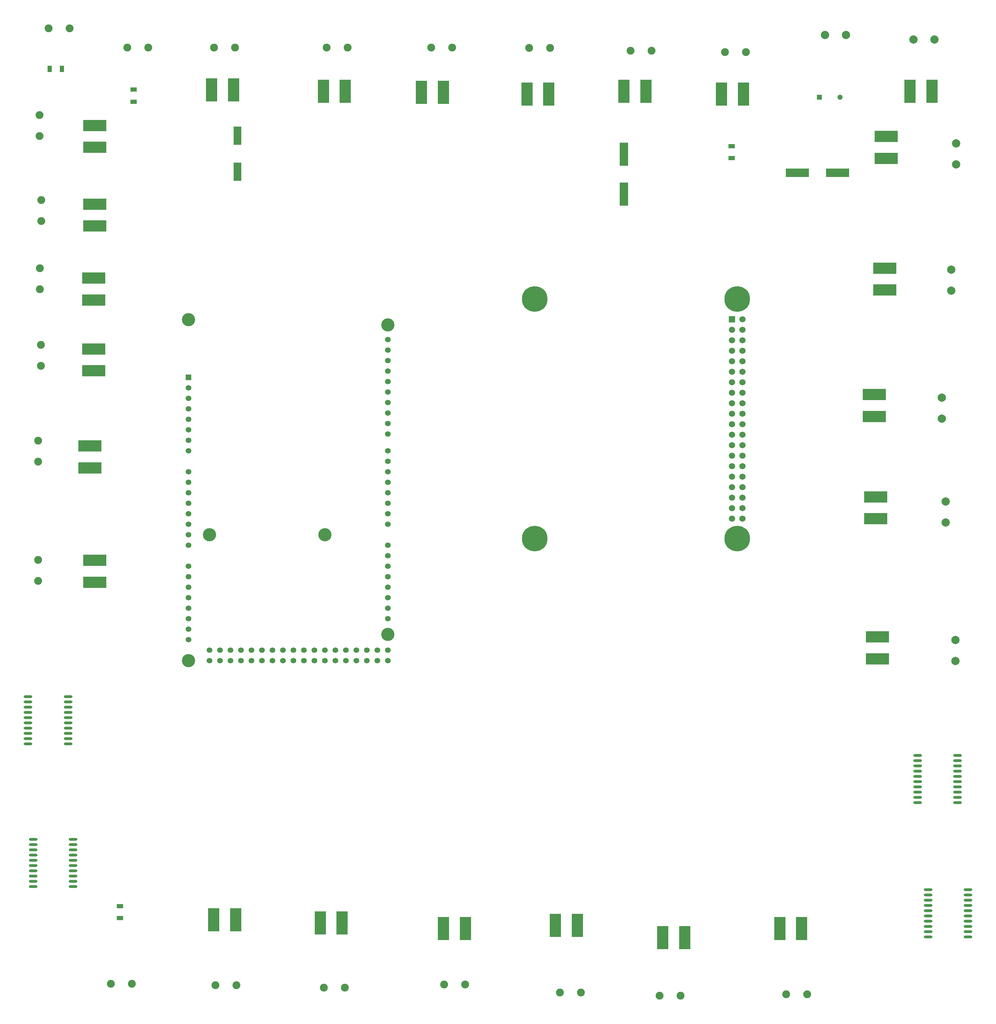
<source format=gbr>
%FSTAX25Y25*%
%MOIN*%
%SFA1B1*%

%IPPOS*%
%ADD10O,0.082677X0.025591*%
%ADD11R,0.106299X0.220472*%
%ADD12R,0.220472X0.106299*%
%ADD13R,0.224409X0.078740*%
%ADD14R,0.062992X0.041339*%
%ADD15R,0.078740X0.224409*%
%ADD16R,0.074803X0.173228*%
%ADD17R,0.041339X0.062992*%
%ADD21C,0.078740*%
%ADD22C,0.051181*%
%ADD23C,0.074803*%
%ADD24C,0.059842*%
%ADD25C,0.053543*%
%ADD26C,0.244094*%
%ADD27R,0.059842X0.059842*%
%ADD28R,0.053543X0.053543*%
%ADD29C,0.125984*%
%ADD30R,0.051181X0.051181*%
G54D10*
X0870314Y0254488D03*
Y0249488D03*
Y0244488D03*
Y0239488D03*
Y0234488D03*
Y0229488D03*
Y0224488D03*
Y0219488D03*
Y0214488D03*
Y0209488D03*
X0908503Y0254488D03*
Y0249488D03*
Y0244488D03*
Y0239488D03*
Y0234488D03*
Y0229488D03*
Y0224488D03*
Y0219488D03*
Y0214488D03*
Y0209488D03*
X0060669Y0295511D03*
X006559Y0159488D03*
X0880393Y0126496D03*
Y0121496D03*
Y0116496D03*
Y0111496D03*
Y0106496D03*
Y0101496D03*
Y0096496D03*
Y0091496D03*
Y0086496D03*
Y0081496D03*
X0918582Y0126496D03*
Y0121496D03*
Y0116496D03*
Y0111496D03*
Y0106496D03*
Y0101496D03*
Y0096496D03*
Y0091496D03*
Y0086496D03*
Y0081496D03*
X0022519Y0310511D03*
Y0305511D03*
Y0300511D03*
Y0295511D03*
Y0290511D03*
Y0285511D03*
Y0280511D03*
Y0275511D03*
Y0270511D03*
Y0265511D03*
X0060669Y0310511D03*
Y0305511D03*
Y0300511D03*
Y0290511D03*
Y0285511D03*
Y0280511D03*
Y0275511D03*
Y0270511D03*
Y0265511D03*
X0027401Y0174488D03*
Y0169488D03*
Y0164488D03*
Y0159488D03*
Y0154488D03*
Y0149488D03*
Y0144488D03*
Y0139488D03*
Y0134488D03*
Y0129488D03*
X006559Y0174488D03*
Y0169488D03*
Y0164488D03*
Y0154488D03*
Y0149488D03*
Y0144488D03*
Y0139488D03*
Y0134488D03*
Y0129488D03*
G54D11*
X0884015Y0887519D03*
X0611377D03*
X0418425Y0886496D03*
X0683582Y0885D03*
X0518937D03*
X0739055Y0089488D03*
X0525078Y0092519D03*
X0418582Y0089488D03*
X062748Y0080984D03*
X0324921Y0887519D03*
X0218425Y0889015D03*
X0301062Y0095D03*
X0199488Y0097992D03*
X0397559Y0886496D03*
X0590511Y0887519D03*
X049807Y0885D03*
X0304055Y0887519D03*
X0197559Y0889015D03*
X0863149Y0887519D03*
X0648346Y0080984D03*
X0545944Y0092519D03*
X0439448Y0089488D03*
X0321929Y0095D03*
X0220354Y0097992D03*
X0759921Y0089488D03*
X0704448Y0885D03*
G54D12*
X0840511Y0823582D03*
X0839015Y0698149D03*
X0830511Y0480078D03*
X0829015Y0577637D03*
X0832007Y0346614D03*
X0085984Y0854921D03*
Y0779921D03*
X0085Y0709448D03*
Y0642007D03*
X0081496Y0549448D03*
X0085984Y0440433D03*
X0832007Y0367519D03*
X0830511Y0500944D03*
X0829015Y0598503D03*
X0839015Y0719015D03*
X0840511Y0844448D03*
X0085984Y0834055D03*
Y0419566D03*
X0085Y0688582D03*
X0085984Y0759055D03*
X0085Y0621141D03*
X0081496Y0528582D03*
G54D13*
X0794094Y081D03*
X0755905D03*
G54D14*
X0692992Y0835314D03*
X0122992Y0889291D03*
X011Y0110984D03*
X0692992Y08237D03*
X0122992Y0877677D03*
X011Y009937D03*
G54D15*
X0590511Y0827598D03*
Y0789409D03*
G54D16*
X0222007Y0845118D03*
Y0810866D03*
G54D17*
X0043188Y0909015D03*
X0054803D03*
G54D21*
X0866496Y0936771D03*
X0782007Y0941299D03*
X0907007Y0837992D03*
X0902519Y071748D03*
X0893307Y0595511D03*
X0897007Y0496496D03*
X0906299Y0364488D03*
X0897007Y0476496D03*
X0906299Y0344488D03*
X0802007Y0941299D03*
X0886496Y0936771D03*
X0907007Y0817992D03*
X0902519Y069748D03*
X0893307Y0575511D03*
G54D22*
X0796338Y0882007D03*
G54D23*
X0686653Y0924803D03*
X0596653Y0926299D03*
X05Y0929015D03*
X0765Y0027007D03*
X0644488Y0025511D03*
X0549488Y0028503D03*
X0439015Y003622D03*
X0406653Y0929291D03*
X0307165D03*
X0199645D03*
X0117165D03*
X0062007Y094748D03*
X0033503Y0845D03*
X0035Y0764015D03*
X0033937Y0699015D03*
X0034921Y0625984D03*
X0324488Y0033228D03*
X0220984Y0035511D03*
X0121496Y0037007D03*
X0032007Y0534488D03*
Y0420984D03*
X0101496Y0037007D03*
X0200984Y0035511D03*
X0304488Y0033228D03*
X0419015Y003622D03*
X0529488Y0028503D03*
X0624488Y0025511D03*
X0745Y0027007D03*
X0616653Y0926299D03*
X0219645Y0929291D03*
X0137165D03*
X0327165D03*
X0426653D03*
X052Y0929015D03*
X0706653Y0924803D03*
X0032007Y0440984D03*
X0042007Y094748D03*
X0033503Y0865D03*
X0035Y0784015D03*
X0032007Y0554488D03*
X0033937Y0719015D03*
X0034921Y0645984D03*
G54D24*
X0693464Y0480354D03*
Y0660354D03*
Y0650354D03*
Y0640354D03*
Y0630354D03*
Y0620354D03*
X0703464Y0670354D03*
Y0660354D03*
Y0650354D03*
Y0640354D03*
Y0630354D03*
Y0620354D03*
X0693464Y0610354D03*
X0703464D03*
X0693464Y0600354D03*
Y0590354D03*
Y0580354D03*
Y0570354D03*
Y0560354D03*
Y0550354D03*
X0703464Y0600354D03*
Y0590354D03*
Y0580354D03*
Y0570354D03*
Y0560354D03*
Y0550354D03*
X0693464Y0540354D03*
X0703464D03*
X0693464Y0530354D03*
Y0520354D03*
Y0510354D03*
Y0500354D03*
Y0490354D03*
X0703464Y0530354D03*
Y0520354D03*
Y0510354D03*
Y0500354D03*
Y0490354D03*
Y0480354D03*
G54D25*
X0195511Y0345D03*
X0295511Y0355D03*
X0305511D03*
X0365511Y0535D03*
X0265511Y0355D03*
X0325511D03*
X0365511Y0545D03*
X0175511Y0605D03*
Y0595D03*
Y0585D03*
Y0575D03*
Y0565D03*
Y0555D03*
Y0545D03*
Y0525D03*
Y0515D03*
Y0505D03*
Y0495D03*
Y0485D03*
Y0475D03*
Y0465D03*
Y0455D03*
Y0435D03*
Y0425D03*
Y0415D03*
Y0405D03*
Y0395D03*
Y0385D03*
Y0375D03*
Y0365D03*
X0195511Y0355D03*
X0205511Y0345D03*
Y0355D03*
X0215511Y0345D03*
Y0355D03*
X0225511Y0345D03*
Y0355D03*
X0235511D03*
Y0345D03*
X0245511Y0355D03*
Y0345D03*
X0255511Y0355D03*
Y0345D03*
X0265511D03*
X0275511Y0355D03*
Y0345D03*
X0285511Y0355D03*
Y0345D03*
X0295511D03*
X0305511D03*
X0315511Y0355D03*
Y0345D03*
X0325511D03*
X0335511Y0355D03*
Y0345D03*
X0345511Y0355D03*
Y0345D03*
X0355511Y0355D03*
Y0345D03*
X0365511Y0355D03*
Y0345D03*
Y0385D03*
Y0395D03*
Y0405D03*
Y0415D03*
Y0425D03*
Y0435D03*
Y0445D03*
Y0455D03*
Y0475D03*
Y0485D03*
Y0495D03*
Y0505D03*
Y0515D03*
Y0525D03*
Y0560984D03*
Y0570984D03*
Y0580984D03*
Y0590984D03*
Y0600984D03*
Y0610984D03*
Y0620984D03*
Y0630984D03*
Y0640984D03*
Y0650984D03*
G54D26*
X0505551Y0689527D03*
Y0461181D03*
X0698464D03*
Y0689527D03*
G54D27*
X0693464Y0670354D03*
G54D28*
X0175511Y0615D03*
G54D29*
X0175511Y067D03*
X0195511Y0465D03*
X0305511D03*
X0365511Y0665D03*
X0175511Y0345D03*
X0365511Y037D03*
G54D30*
X0776653Y0882007D03*
M02*
</source>
